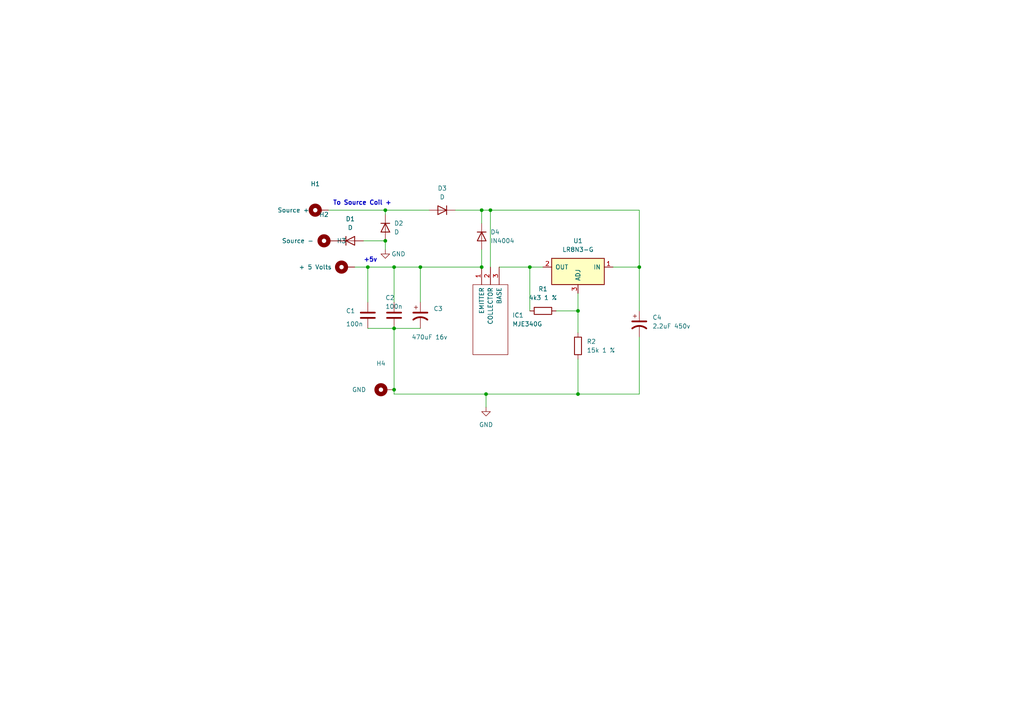
<source format=kicad_sch>
(kicad_sch (version 20211123) (generator eeschema)
  (paper "A4")
  (lib_symbols
    (symbol "Device:C" (pin_numbers hide) (pin_names (offset 0.254))
      (property "Reference" "C" (at 0.635 2.54 0))
      (property "Value" "C" (at 0.635 -2.54 0))
      (symbol "C_0_1"
        (polyline (pts (xy -2.032 -0.762) (xy 2.032 -0.762)) (stroke (width 0.508)))
        (polyline (pts (xy -2.032 0.762) (xy 2.032 0.762)) (stroke (width 0.508)))
      )
      (symbol "C_1_1"
        (pin passive line (at 0 3.81 270) (length 2.794) (name "~") (number "1"))
        (pin passive line (at 0 -3.81 90) (length 2.794) (name "~") (number "2"))
      )
    )
    (symbol "Device:C_Polarized_US" (pin_numbers hide) (pin_names (offset 0.254) hide)
      (property "Reference" "C" (at 0.635 2.54 0))
      (property "Value" "C_Polarized_US" (at 0.635 -2.54 0))
      (symbol "C_Polarized_US_0_1"
        (polyline (pts (xy -2.032 0.762) (xy 2.032 0.762)) (stroke (width 0.508)))
        (polyline (pts (xy -1.778 2.286) (xy -0.762 2.286)))
        (polyline (pts (xy -1.27 1.778) (xy -1.27 2.794)))
        (arc (start 2.032 -1.27) (mid 0 -0.5572) (end -2.032 -1.27) (stroke (width 0.508)))
      )
      (symbol "C_Polarized_US_1_1"
        (pin passive line (at 0 3.81 270) (length 2.794) (name "~") (number "1"))
        (pin passive line (at 0 -3.81 90) (length 3.302) (name "~") (number "2"))
      )
    )
    (symbol "Device:D" (pin_numbers hide) (pin_names (offset 1.016) hide)
      (property "Reference" "D" (at 0 2.54 0))
      (property "Value" "D" (at 0 -2.54 0))
      (symbol "D_0_1"
        (polyline (pts (xy -1.27 1.27) (xy -1.27 -1.27)) (stroke (width 0.254)))
        (polyline (pts (xy 1.27 0) (xy -1.27 0)))
        (polyline (pts (xy 1.27 1.27) (xy 1.27 -1.27) (xy -1.27 0) (xy 1.27 1.27)) (stroke (width 0.254)))
      )
      (symbol "D_1_1"
        (pin passive line (at -3.81 0 0) (length 2.54) (name "K") (number "1"))
        (pin passive line (at 3.81 0 180) (length 2.54) (name "A") (number "2"))
      )
    )
    (symbol "Device:R" (pin_numbers hide) (pin_names (offset 0))
      (property "Reference" "R" (at 2.032 0 90))
      (property "Value" "R" (at 0 0 90))
      (symbol "R_0_1"
        (rectangle (start -1.016 -2.54) (end 1.016 2.54) (stroke (width 0.254)))
      )
      (symbol "R_1_1"
        (pin passive line (at 0 3.81 270) (length 1.27) (name "~") (number "1"))
        (pin passive line (at 0 -3.81 90) (length 1.27) (name "~") (number "2"))
      )
    )
    (symbol "MJE340G:MJE340G" (pin_names (offset 0.762))
      (property "Reference" "IC" (at 26.67 7.62 0))
      (property "Value" "MJE340G" (at 26.67 5.08 0))
      (symbol "MJE340G_0_0"
        (pin passive line (at 0 0 0) (length 5.08) (name "EMITTER") (number "1"))
        (pin passive line (at 0 -2.54 0) (length 5.08) (name "COLLECTOR") (number "2"))
        (pin passive line (at 0 -5.08 0) (length 5.08) (name "BASE") (number "3"))
      )
      (symbol "MJE340G_0_1"
        (polyline (pts (xy 5.08 2.54) (xy 25.4 2.54) (xy 25.4 -7.62) (xy 5.08 -7.62) (xy 5.08 2.54)) (stroke (width 0.1524)))
      )
    )
    (symbol "Mechanical:MountingHole_Pad" (pin_numbers hide) (pin_names (offset 1.016) hide)
      (property "Reference" "H" (at 0 6.35 0))
      (property "Value" "MountingHole_Pad" (at 0 4.445 0))
      (symbol "MountingHole_Pad_0_1"
        (circle (center 0 1.27) (radius 1.27) (stroke (width 1.27)))
      )
      (symbol "MountingHole_Pad_1_1"
        (pin input line (at 0 -2.54 90) (length 2.54) (name "1") (number "1"))
      )
    )
    (symbol "Regulator_Linear:LR8N3-G" (pin_names (offset 1.016))
      (property "Reference" "U" (at -7.62 3.81 0))
      (property "Value" "LR8N3-G" (at 0 3.81 0))
      (symbol "LR8N3-G_0_1"
        (rectangle (start -7.62 2.54) (end 7.62 -5.08) (stroke (width 0.254)) (fill (type background)))
      )
      (symbol "LR8N3-G_1_1"
        (pin input line (at -10.16 0 0) (length 2.54) (name "IN") (number "1"))
        (pin power_out line (at 10.16 0 180) (length 2.54) (name "OUT") (number "2"))
        (pin input line (at 0 -7.62 90) (length 2.54) (name "ADJ") (number "3"))
      )
    )
    (symbol "power:GND" (power) (pin_names (offset 0))
      (property "Value" "GND" (at 0 -3.81 0))
      (symbol "GND_0_1"
        (polyline (pts (xy 0 0) (xy 0 -1.27) (xy 1.27 -1.27) (xy 0 -2.54) (xy -1.27 -1.27) (xy 0 -1.27)))
      )
      (symbol "GND_1_1"
        (pin power_in line (at 0 0 270) (length 0) hide (name "GND") (number "1"))
      )
    )
  )
  (junction (at 114.3 113.03))
  (junction (at 111.76 69.85))
  (junction (at 140.97 114.3))
  (junction (at 139.7 77.47))
  (junction (at 111.76 60.96))
  (junction (at 114.3 95.25))
  (junction (at 185.42 77.47))
  (junction (at 153.67 77.47))
  (junction (at 142.24 60.96))
  (junction (at 121.92 77.47))
  (junction (at 114.3 77.47))
  (junction (at 106.68 77.47))
  (junction (at 139.7 60.96))
  (junction (at 167.64 90.17))
  (junction (at 167.64 114.3))
  (wire (pts (xy 114.3 77.47) (xy 114.3 87.63)))
  (wire (pts (xy 140.97 114.3) (xy 140.97 118.11)))
  (wire (pts (xy 161.29 90.17) (xy 167.64 90.17)))
  (wire (pts (xy 139.7 60.96) (xy 139.7 64.77)))
  (wire (pts (xy 132.08 60.96) (xy 139.7 60.96)))
  (wire (pts (xy 185.42 114.3) (xy 167.64 114.3)))
  (wire (pts (xy 153.67 77.47) (xy 153.67 90.17)))
  (wire (pts (xy 114.3 95.25) (xy 121.92 95.25)))
  (wire (pts (xy 111.76 60.96) (xy 111.76 62.23)))
  (wire (pts (xy 139.7 72.39) (xy 139.7 77.47)))
  (wire (pts (xy 140.97 114.3) (xy 114.3 114.3)))
  (wire (pts (xy 185.42 97.79) (xy 185.42 114.3)))
  (wire (pts (xy 106.68 95.25) (xy 114.3 95.25)))
  (wire (pts (xy 121.92 77.47) (xy 121.92 87.63)))
  (wire (pts (xy 185.42 77.47) (xy 185.42 90.17)))
  (wire (pts (xy 111.76 60.96) (xy 124.46 60.96)))
  (wire (pts (xy 167.64 85.09) (xy 167.64 90.17)))
  (wire (pts (xy 144.78 77.47) (xy 153.67 77.47)))
  (wire (pts (xy 106.68 77.47) (xy 106.68 87.63)))
  (wire (pts (xy 139.7 60.96) (xy 142.24 60.96)))
  (wire (pts (xy 142.24 60.96) (xy 185.42 60.96)))
  (wire (pts (xy 114.3 114.3) (xy 114.3 113.03)))
  (wire (pts (xy 185.42 60.96) (xy 185.42 77.47)))
  (wire (pts (xy 105.41 69.85) (xy 111.76 69.85)))
  (wire (pts (xy 102.87 77.47) (xy 106.68 77.47)))
  (wire (pts (xy 114.3 113.03) (xy 114.3 95.25)))
  (wire (pts (xy 111.76 69.85) (xy 111.76 72.39)))
  (wire (pts (xy 95.25 60.96) (xy 111.76 60.96)))
  (wire (pts (xy 121.92 77.47) (xy 139.7 77.47)))
  (wire (pts (xy 177.8 77.47) (xy 185.42 77.47)))
  (wire (pts (xy 167.64 90.17) (xy 167.64 96.52)))
  (wire (pts (xy 167.64 104.14) (xy 167.64 114.3)))
  (wire (pts (xy 114.3 77.47) (xy 121.92 77.47)))
  (wire (pts (xy 142.24 60.96) (xy 142.24 77.47)))
  (wire (pts (xy 153.67 77.47) (xy 157.48 77.47)))
  (wire (pts (xy 106.68 77.47) (xy 114.3 77.47)))
  (wire (pts (xy 167.64 114.3) (xy 140.97 114.3)))
  (text "+5v\n" (at 105.41 76.2 0) (effects (font (size 1.27 1.27) bold) (justify left bottom)))
  (text "To Source Coil +\n" (at 96.52 59.69 0) (effects (font (size 1.27 1.27) bold) (justify left bottom)))
  (symbol (lib_id "Device:D") (at 101.6 69.85 0) (unit 1)
    (property "Reference" "D1" (at 101.6 63.5 0))
    (property "Value" "D" (at 101.6 66.04 0))
    (property "Footprint" "Diode_THT:D_DO-41_SOD81_P10.16mm_Horizontal" (effects hide))
  )
  (symbol (lib_id "Mechanical:MountingHole_Pad") (at 100.33 77.47 90) (unit 1)
    (property "Reference" "H3" (at 99.06 69.85 90))
    (property "Value" "+ 5 Volts" (at 91.44 77.47 90))
    (property "Footprint" "MountingHole:MountingHole_2.2mm_M2_DIN965_Pad" (effects hide))
  )
  (symbol (lib_id "Device:R") (at 167.64 100.33 0) (unit 1)
    (property "Reference" "R2" (at 170.18 99.0599 0) (effects (justify left)))
    (property "Value" "15k 1 %" (at 170.18 101.5999 0) (effects (justify left)))
    (property "Footprint" "Resistor_THT:R_Axial_DIN0309_L9.0mm_D3.2mm_P12.70mm_Horizontal" (effects hide))
  )
  (symbol (lib_id "Device:C") (at 114.3 91.44 0) (unit 1)
    (property "Reference" "C2" (at 111.76 86.36 0) (effects (justify left)))
    (property "Value" "100n" (at 111.76 88.9 0) (effects (justify left)))
    (property "Footprint" "Capacitor_THT:C_Disc_D6.0mm_W2.5mm_P5.00mm" (effects hide))
  )
  (symbol (lib_id "power:GND") (at 140.97 118.11 0) (unit 1)
    (property "Reference" "#PWR02" (effects hide))
    (property "Value" "GND" (at 140.97 123.19 0))
  )
  (symbol (lib_id "Mechanical:MountingHole_Pad") (at 95.25 69.85 90) (unit 1)
    (property "Reference" "H2" (at 93.98 62.23 90))
    (property "Value" "Source -" (at 86.36 69.85 90))
    (property "Footprint" "MountingHole:MountingHole_2.2mm_M2_DIN965_Pad" (effects hide))
  )
  (symbol (lib_id "Mechanical:MountingHole_Pad") (at 92.71 60.96 90) (unit 1)
    (property "Reference" "H1" (at 91.44 53.34 90))
    (property "Value" "Source +" (at 85.09 60.96 90))
    (property "Footprint" "MountingHole:MountingHole_2.2mm_M2_DIN965_Pad" (effects hide))
  )
  (symbol (lib_id "Device:D") (at 139.7 68.58 270) (unit 1)
    (property "Reference" "D4" (at 142.24 67.3099 90) (effects (justify left)))
    (property "Value" "IN4004" (at 142.24 69.8499 90) (effects (justify left)))
    (property "Footprint" "Diode_THT:D_DO-41_SOD81_P10.16mm_Horizontal" (effects hide))
  )
  (symbol (lib_id "Device:C_Polarized_US") (at 185.42 93.98 0) (unit 1)
    (property "Reference" "C4" (at 189.23 92.0749 0) (effects (justify left)))
    (property "Value" "2.2uF 450v" (at 189.23 94.6149 0) (effects (justify left)))
    (property "Footprint" "Capacitor_THT:C_Radial_D10.0mm_H12.5mm_P5.00mm" (effects hide))
  )
  (symbol (lib_id "Device:C_Polarized_US") (at 121.92 91.44 0) (unit 1)
    (property "Reference" "C3" (at 125.73 89.5349 0) (effects (justify left)))
    (property "Value" "470uF 16v" (at 119.38 97.79 0) (effects (justify left)))
    (property "Footprint" "Capacitor_THT:C_Radial_D10.0mm_H16.0mm_P5.00mm" (effects hide))
  )
  (symbol (lib_id "Regulator_Linear:LR8N3-G") (at 167.64 77.47 0) (mirror y) (unit 1)
    (property "Reference" "U1" (at 167.64 69.85 0))
    (property "Value" "LR8N3-G" (at 167.64 72.39 0))
    (property "Footprint" "Package_TO_SOT_THT:TO-92_Inline" (effects hide))
    (property "Datasheet" "http://www.supertex.com/pdf/datasheets/LR8.pdf" (effects hide))
  )
  (symbol (lib_id "Device:C") (at 106.68 91.44 0) (unit 1)
    (property "Reference" "C1" (at 100.33 90.17 0) (effects (justify left)))
    (property "Value" "100n" (at 100.33 93.98 0) (effects (justify left)))
    (property "Footprint" "MountingHole:MountingHole_2.2mm_M2_DIN965_Pad" (effects hide))
  )
  (symbol (lib_id "MJE340G:MJE340G") (at 139.7 77.47 90) (mirror x) (unit 1)
    (property "Reference" "IC1" (at 148.59 91.4399 90) (effects (justify right)))
    (property "Value" "MJE340G" (at 148.59 93.9799 90) (effects (justify right)))
    (property "Footprint" "TO229P300X760X1364-3P" (effects hide))
    (property "Datasheet" "http://www.onsemi.com/pub/Collateral/MJE340-D.PDF" (effects hide))
    (property "Description" " 0.5 AMPERE POWER TRANSISTOR NPN SILICON 300 VOLTS, 20 WATTS" (effects hide))
    (property "Height" "3" (effects hide))
    (property "Manufacturer_Name" "onsemi" (effects hide))
    (property "Manufacturer_Part_Number" "MJE340G" (effects hide))
    (property "Mouser Part Number" "863-MJE340G" (effects hide))
    (property "Mouser Price/Stock" "https://www.mouser.co.uk/ProductDetail/onsemi/MJE340G?qs=HVbQlW5zcXVQNfBp3yF7PQ%3D%3D" (effects hide))
    (property "Arrow Part Number" "MJE340G" (effects hide))
    (property "Arrow Price/Stock" "https://www.arrow.com/en/products/mje340g/on-semiconductor?region=nac" (effects hide))
  )
  (symbol (lib_id "power:GND") (at 111.76 72.39 0) (unit 1)
    (property "Reference" "#PWR01" (effects hide))
    (property "Value" "GND" (at 115.57 73.66 0))
  )
  (symbol (lib_id "Device:D") (at 128.27 60.96 180) (unit 1)
    (property "Reference" "D3" (at 128.27 54.61 0))
    (property "Value" "D" (at 128.27 57.15 0))
    (property "Footprint" "Diode_THT:D_DO-41_SOD81_P10.16mm_Horizontal" (effects hide))
  )
  (symbol (lib_id "Mechanical:MountingHole_Pad") (at 111.76 113.03 90) (unit 1)
    (property "Reference" "H4" (at 110.49 105.41 90))
    (property "Value" "GND" (at 104.14 113.03 90))
    (property "Footprint" "MountingHole:MountingHole_2.2mm_M2_DIN965_Pad" (effects hide))
  )
  (symbol (lib_id "Device:R") (at 157.48 90.17 90) (unit 1)
    (property "Reference" "R1" (at 157.48 83.82 90))
    (property "Value" "4k3 1 %" (at 157.48 86.36 90))
    (property "Footprint" "Resistor_THT:R_Axial_DIN0309_L9.0mm_D3.2mm_P12.70mm_Horizontal" (effects hide))
  )
  (symbol (lib_id "Device:D") (at 111.76 66.04 270) (unit 1)
    (property "Reference" "D2" (at 114.3 64.7699 90) (effects (justify left)))
    (property "Value" "D" (at 114.3 67.3099 90) (effects (justify left)))
    (property "Footprint" "Diode_THT:D_DO-41_SOD81_P10.16mm_Horizontal" (effects hide))
  )
)
</source>
